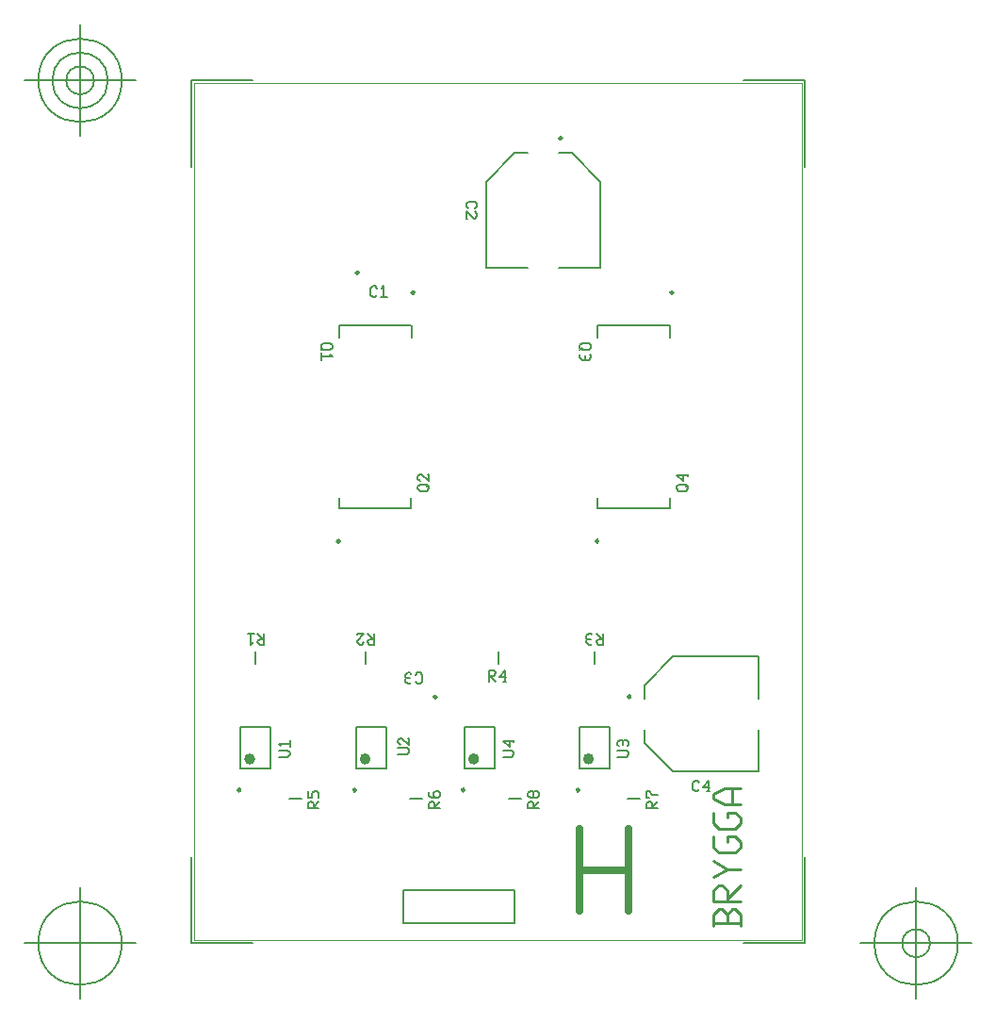
<source format=gbr>
G04 Generated by Ultiboard 14.1 *
%FSLAX34Y34*%
%MOMM*%

%ADD10C,0.0001*%
%ADD11C,0.2032*%
%ADD12C,0.1556*%
%ADD13C,0.2500*%
%ADD14C,0.2000*%
%ADD15C,0.6933*%
%ADD16C,0.2267*%
%ADD17C,0.5000*%
%ADD18C,0.1270*%
%ADD19C,0.0010*%


G04 ColorRGB FFFF00 for the following layer *
%LNSilkscreen Top*%
%LPD*%
G54D10*
G54D11*
X219240Y497760D02*
X319240Y497760D01*
X319240Y527760D01*
X219240Y527760D01*
X219240Y497760D01*
G54D12*
X196129Y1062040D02*
X194138Y1060040D01*
X192147Y1060040D01*
X190156Y1062040D01*
X190156Y1068040D01*
X192147Y1070040D01*
X194138Y1070040D01*
X196129Y1068040D01*
X200111Y1068040D02*
X202102Y1070040D01*
X202102Y1060040D01*
X199116Y1060040D02*
X205089Y1060040D01*
X296836Y715100D02*
X296836Y725100D01*
X300818Y725100D01*
X302809Y723100D01*
X302809Y722100D01*
X300818Y720100D01*
X296836Y720100D01*
X297831Y720100D02*
X302809Y715100D01*
X311769Y719100D02*
X305796Y719100D01*
X310773Y725100D01*
X310773Y715100D01*
X309778Y715100D02*
X311769Y715100D01*
X309050Y647356D02*
X317050Y647356D01*
X319050Y649347D01*
X319050Y651338D01*
X317050Y653329D01*
X309050Y653329D01*
X315050Y662289D02*
X315050Y656316D01*
X309050Y661293D01*
X319050Y661293D01*
X319050Y660298D02*
X319050Y662289D01*
X341540Y601636D02*
X331540Y601636D01*
X331540Y605618D01*
X333540Y607609D01*
X334540Y607609D01*
X336540Y605618D01*
X336540Y601636D01*
X336540Y602631D02*
X341540Y607609D01*
X341540Y614578D02*
X341540Y612587D01*
X339540Y610596D01*
X337540Y610596D01*
X336540Y611591D01*
X335540Y610596D01*
X333540Y610596D01*
X331540Y612587D01*
X331540Y614578D01*
X333540Y616569D01*
X335540Y616569D01*
X336540Y615573D01*
X337540Y616569D01*
X339540Y616569D01*
X341540Y614578D01*
X336540Y611591D02*
X336540Y615573D01*
X399124Y758100D02*
X399124Y748100D01*
X395142Y748100D01*
X393151Y750100D01*
X393151Y751100D01*
X395142Y753100D01*
X399124Y753100D01*
X398129Y753100D02*
X393151Y758100D01*
X389169Y749100D02*
X388173Y748100D01*
X386182Y748100D01*
X384191Y750100D01*
X384191Y752100D01*
X385187Y753100D01*
X384191Y754100D01*
X384191Y756100D01*
X386182Y758100D01*
X388173Y758100D01*
X389169Y757100D01*
X388173Y753100D02*
X385187Y753100D01*
X412160Y647356D02*
X420160Y647356D01*
X422160Y649347D01*
X422160Y651338D01*
X420160Y653329D01*
X412160Y653329D01*
X413160Y657311D02*
X412160Y658307D01*
X412160Y660298D01*
X414160Y662289D01*
X416160Y662289D01*
X417160Y661293D01*
X418160Y662289D01*
X420160Y662289D01*
X422160Y660298D01*
X422160Y658307D01*
X421160Y657311D01*
X417160Y658307D02*
X417160Y661293D01*
X448220Y601636D02*
X438220Y601636D01*
X438220Y605618D01*
X440220Y607609D01*
X441220Y607609D01*
X443220Y605618D01*
X443220Y601636D01*
X443220Y602631D02*
X448220Y607609D01*
X448220Y613582D02*
X443220Y613582D01*
X440220Y616569D01*
X438220Y616569D01*
X438220Y610596D01*
X440220Y610596D01*
X485689Y618300D02*
X483698Y616300D01*
X481707Y616300D01*
X479716Y618300D01*
X479716Y624300D01*
X481707Y626300D01*
X483698Y626300D01*
X485689Y624300D01*
X494649Y620300D02*
X488676Y620300D01*
X493653Y626300D01*
X493653Y616300D01*
X492658Y616300D02*
X494649Y616300D01*
X143830Y601636D02*
X133830Y601636D01*
X133830Y605618D01*
X135830Y607609D01*
X136830Y607609D01*
X138830Y605618D01*
X138830Y601636D01*
X138830Y602631D02*
X143830Y607609D01*
X133830Y616569D02*
X133830Y610596D01*
X137830Y610596D01*
X137830Y614578D01*
X139830Y616569D01*
X141830Y616569D01*
X143830Y614578D01*
X143830Y610596D01*
X107770Y647356D02*
X115770Y647356D01*
X117770Y649347D01*
X117770Y651338D01*
X115770Y653329D01*
X107770Y653329D01*
X109770Y657311D02*
X107770Y659302D01*
X117770Y659302D01*
X117770Y656316D02*
X117770Y662289D01*
X94734Y758100D02*
X94734Y748100D01*
X90752Y748100D01*
X88761Y750100D01*
X88761Y751100D01*
X90752Y753100D01*
X94734Y753100D01*
X93739Y753100D02*
X88761Y758100D01*
X84779Y750100D02*
X82788Y748100D01*
X82788Y758100D01*
X85774Y758100D02*
X79801Y758100D01*
X147730Y1018884D02*
X145730Y1016893D01*
X145730Y1014902D01*
X147730Y1012911D01*
X153730Y1012911D01*
X155730Y1014902D01*
X155730Y1016893D01*
X153730Y1018884D01*
X147730Y1018884D01*
X147730Y1014902D02*
X145730Y1012911D01*
X153730Y1008929D02*
X155730Y1006938D01*
X145730Y1006938D01*
X145730Y1009924D02*
X145730Y1003951D01*
X240730Y886116D02*
X242730Y888107D01*
X242730Y890098D01*
X240730Y892089D01*
X234730Y892089D01*
X232730Y890098D01*
X232730Y888107D01*
X234730Y886116D01*
X240730Y886116D01*
X240730Y890098D02*
X242730Y892089D01*
X234730Y895076D02*
X232730Y897067D01*
X232730Y899058D01*
X234730Y901049D01*
X235730Y901049D01*
X242730Y895076D01*
X242730Y901049D01*
X241730Y901049D01*
X230591Y721040D02*
X232582Y723040D01*
X234573Y723040D01*
X236564Y721040D01*
X236564Y715040D01*
X234573Y713040D01*
X232582Y713040D01*
X230591Y715040D01*
X226609Y714040D02*
X225613Y713040D01*
X223622Y713040D01*
X221631Y715040D01*
X221631Y717040D01*
X222627Y718040D01*
X221631Y719040D01*
X221631Y721040D01*
X223622Y723040D01*
X225613Y723040D01*
X226609Y722040D01*
X225613Y718040D02*
X222627Y718040D01*
X214670Y649546D02*
X222670Y649546D01*
X224670Y651537D01*
X224670Y653528D01*
X222670Y655519D01*
X214670Y655519D01*
X216670Y658506D02*
X214670Y660497D01*
X214670Y662488D01*
X216670Y664479D01*
X217670Y664479D01*
X224670Y658506D01*
X224670Y664479D01*
X223670Y664479D01*
X252610Y601636D02*
X242610Y601636D01*
X242610Y605618D01*
X244610Y607609D01*
X245610Y607609D01*
X247610Y605618D01*
X247610Y601636D01*
X247610Y602631D02*
X252610Y607609D01*
X242610Y615573D02*
X242610Y612587D01*
X244610Y610596D01*
X248610Y610596D01*
X250610Y610596D01*
X252610Y612587D01*
X252610Y614578D01*
X250610Y616569D01*
X248610Y616569D01*
X246610Y614578D01*
X246610Y612587D01*
X248610Y610596D01*
X193354Y758100D02*
X193354Y748100D01*
X189372Y748100D01*
X187381Y750100D01*
X187381Y751100D01*
X189372Y753100D01*
X193354Y753100D01*
X192359Y753100D02*
X187381Y758100D01*
X184394Y750100D02*
X182403Y748100D01*
X180412Y748100D01*
X178421Y750100D01*
X178421Y751100D01*
X184394Y758100D01*
X178421Y758100D01*
X178421Y757100D01*
X380220Y1018884D02*
X378220Y1016893D01*
X378220Y1014902D01*
X380220Y1012911D01*
X386220Y1012911D01*
X388220Y1014902D01*
X388220Y1016893D01*
X386220Y1018884D01*
X380220Y1018884D01*
X380220Y1014902D02*
X378220Y1012911D01*
X387220Y1008929D02*
X388220Y1007933D01*
X388220Y1005942D01*
X386220Y1003951D01*
X384220Y1003951D01*
X383220Y1004947D01*
X382220Y1003951D01*
X380220Y1003951D01*
X378220Y1005942D01*
X378220Y1007933D01*
X379220Y1008929D01*
X383220Y1007933D02*
X383220Y1004947D01*
X473220Y886116D02*
X475220Y888107D01*
X475220Y890098D01*
X473220Y892089D01*
X467220Y892089D01*
X465220Y890098D01*
X465220Y888107D01*
X467220Y886116D01*
X473220Y886116D01*
X473220Y890098D02*
X475220Y892089D01*
X471220Y901049D02*
X471220Y895076D01*
X465220Y900053D01*
X475220Y900053D01*
X475220Y899058D02*
X475220Y901049D01*
X277940Y1139911D02*
X275940Y1141902D01*
X275940Y1143893D01*
X277940Y1145884D01*
X283940Y1145884D01*
X285940Y1143893D01*
X285940Y1141902D01*
X283940Y1139911D01*
X283940Y1136924D02*
X285940Y1134933D01*
X285940Y1132942D01*
X283940Y1130951D01*
X282940Y1130951D01*
X275940Y1136924D01*
X275940Y1130951D01*
X276940Y1130951D01*
G54D13*
X177120Y1082040D02*
G75*
D01*
G02X177120Y1082040I1250J0*
G01*
X272200Y617570D02*
G75*
D01*
G02X272200Y617570I1250J0*
G01*
X375310Y617570D02*
G75*
D01*
G02X375310Y617570I1250J0*
G01*
X421430Y701300D02*
G75*
D01*
G02X421430Y701300I1250J0*
G01*
X70920Y617570D02*
G75*
D01*
G02X70920Y617570I1250J0*
G01*
X227130Y1064170D02*
G75*
D01*
G02X227130Y1064170I1250J0*
G01*
X160080Y840830D02*
G75*
D01*
G02X160080Y840830I1250J0*
G01*
X247100Y701040D02*
G75*
D01*
G02X247100Y701040I1250J0*
G01*
X174620Y617570D02*
G75*
D01*
G02X174620Y617570I1250J0*
G01*
X459620Y1064170D02*
G75*
D01*
G02X459620Y1064170I1250J0*
G01*
X392570Y840830D02*
G75*
D01*
G02X392570Y840830I1250J0*
G01*
X359690Y1202920D02*
G75*
D01*
G02X359690Y1202920I1250J0*
G01*
G54D14*
X304800Y731100D02*
X304800Y742100D01*
X304800Y731100D02*
X304800Y742100D01*
X274550Y636820D02*
X301550Y636820D01*
X301550Y673820D01*
X274550Y673820D01*
X274550Y636820D01*
X325540Y609600D02*
X314540Y609600D01*
X325540Y609600D02*
X314540Y609600D01*
X391160Y742100D02*
X391160Y731100D01*
X391160Y742100D02*
X391160Y731100D01*
X377660Y636820D02*
X404660Y636820D01*
X404660Y673820D01*
X377660Y673820D01*
X377660Y636820D01*
X432220Y609600D02*
X421220Y609600D01*
X432220Y609600D02*
X421220Y609600D01*
X461930Y737300D02*
X539180Y737300D01*
X461930Y634300D02*
X539180Y634300D01*
X436180Y660050D02*
X461930Y634300D01*
X436180Y671800D02*
X436180Y660050D01*
X436180Y711550D02*
X461930Y737300D01*
X436180Y699800D02*
X436180Y711550D01*
X539180Y634300D02*
X539180Y671800D01*
X539180Y737300D02*
X539180Y699800D01*
X127830Y609600D02*
X116830Y609600D01*
X127830Y609600D02*
X116830Y609600D01*
X73270Y636820D02*
X100270Y636820D01*
X100270Y673820D01*
X73270Y673820D01*
X73270Y636820D01*
X86770Y742100D02*
X86770Y731100D01*
X86770Y742100D02*
X86770Y731100D01*
X161730Y1034670D02*
X226730Y1034670D01*
X226980Y1034670D02*
X226980Y1023670D01*
X161730Y1023670D02*
X161730Y1034670D01*
X226730Y870580D02*
X161730Y870580D01*
X161730Y870580D02*
X161730Y879580D01*
X226730Y870580D02*
X226730Y879580D01*
X176970Y636820D02*
X203970Y636820D01*
X203970Y673820D01*
X176970Y673820D01*
X176970Y636820D01*
X236610Y609600D02*
X225610Y609600D01*
X236610Y609600D02*
X225610Y609600D01*
X185390Y742100D02*
X185390Y731100D01*
X185390Y742100D02*
X185390Y731100D01*
X394220Y1034670D02*
X459220Y1034670D01*
X459470Y1034670D02*
X459470Y1023670D01*
X394220Y1023670D02*
X394220Y1034670D01*
X459220Y870580D02*
X394220Y870580D01*
X394220Y870580D02*
X394220Y879580D01*
X459220Y870580D02*
X459220Y879580D01*
X396940Y1163670D02*
X396940Y1086420D01*
X293940Y1163670D02*
X293940Y1086420D01*
X319690Y1189420D02*
X293940Y1163670D01*
X331440Y1189420D02*
X319690Y1189420D01*
X371190Y1189420D02*
X396940Y1163670D01*
X359440Y1189420D02*
X371190Y1189420D01*
X293940Y1086420D02*
X331440Y1086420D01*
X396940Y1086420D02*
X359440Y1086420D01*
G54D15*
X377976Y508766D02*
X377976Y583051D01*
X422349Y508766D02*
X422349Y583051D01*
X377976Y545909D02*
X422349Y545909D01*
G54D16*
X522794Y495938D02*
X522794Y505609D01*
X517937Y510444D01*
X515509Y510444D01*
X510651Y505609D01*
X505794Y510444D01*
X503366Y510444D01*
X498509Y505609D01*
X498509Y498356D01*
X498509Y495938D01*
X510651Y498356D02*
X510651Y505609D01*
X498509Y498356D02*
X522794Y498356D01*
X522794Y517698D02*
X498509Y517698D01*
X498509Y527369D01*
X503366Y532204D01*
X505794Y532204D01*
X510651Y527369D01*
X510651Y517698D01*
X510651Y520116D02*
X522794Y532204D01*
X498509Y539458D02*
X510651Y546711D01*
X498509Y553964D01*
X510651Y546711D02*
X522794Y546711D01*
X510651Y570889D02*
X510651Y575724D01*
X517937Y575724D01*
X522794Y570889D01*
X522794Y566053D01*
X517937Y561218D01*
X503366Y561218D01*
X498509Y566053D01*
X498509Y575724D01*
X510651Y592649D02*
X510651Y597484D01*
X517937Y597484D01*
X522794Y592649D01*
X522794Y587813D01*
X517937Y582978D01*
X503366Y582978D01*
X498509Y587813D01*
X498509Y597484D01*
X522794Y604738D02*
X508223Y604738D01*
X498509Y609573D01*
X498509Y614409D01*
X508223Y619244D01*
X522794Y619244D01*
X515509Y604738D02*
X515509Y619244D01*
G54D17*
X280380Y645520D02*
G75*
D01*
G02X280380Y645520I2500J0*
G01*
X383490Y645520D02*
G75*
D01*
G02X383490Y645520I2500J0*
G01*
X79100Y645520D02*
G75*
D01*
G02X79100Y645520I2500J0*
G01*
X182800Y645520D02*
G75*
D01*
G02X182800Y645520I2500J0*
G01*
G54D18*
X29204Y480060D02*
X29204Y557532D01*
X29204Y480060D02*
X84324Y480060D01*
X580396Y480060D02*
X525276Y480060D01*
X580396Y480060D02*
X580396Y557532D01*
X580396Y1254781D02*
X580396Y1177309D01*
X580396Y1254781D02*
X525276Y1254781D01*
X29204Y1254781D02*
X84324Y1254781D01*
X29204Y1254781D02*
X29204Y1177309D01*
X-20796Y480060D02*
X-120796Y480060D01*
X-70796Y430060D02*
X-70796Y530060D01*
X-108296Y480060D02*
G75*
D01*
G02X-108296Y480060I37500J0*
G01*
X630396Y480060D02*
X730396Y480060D01*
X680396Y430060D02*
X680396Y530060D01*
X642896Y480060D02*
G75*
D01*
G02X642896Y480060I37500J0*
G01*
X667896Y480060D02*
G75*
D01*
G02X667896Y480060I12500J0*
G01*
X-20796Y1254781D02*
X-120796Y1254781D01*
X-70796Y1204781D02*
X-70796Y1304781D01*
X-108296Y1254781D02*
G75*
D01*
G02X-108296Y1254781I37500J0*
G01*
X-95796Y1254781D02*
G75*
D01*
G02X-95796Y1254781I25000J0*
G01*
X-83296Y1254781D02*
G75*
D01*
G02X-83296Y1254781I12500J0*
G01*
X29204Y480060D02*
X29204Y557532D01*
X29204Y480060D02*
X84324Y480060D01*
X580396Y480060D02*
X525276Y480060D01*
X580396Y480060D02*
X580396Y557532D01*
X580396Y1254781D02*
X580396Y1177309D01*
X580396Y1254781D02*
X525276Y1254781D01*
X29204Y1254781D02*
X84324Y1254781D01*
X29204Y1254781D02*
X29204Y1177309D01*
X-20796Y480060D02*
X-120796Y480060D01*
X-70796Y430060D02*
X-70796Y530060D01*
X-108296Y480060D02*
G75*
D01*
G02X-108296Y480060I37500J0*
G01*
X630396Y480060D02*
X730396Y480060D01*
X680396Y430060D02*
X680396Y530060D01*
X642896Y480060D02*
G75*
D01*
G02X642896Y480060I37500J0*
G01*
X667896Y480060D02*
G75*
D01*
G02X667896Y480060I12500J0*
G01*
X-20796Y1254781D02*
X-120796Y1254781D01*
X-70796Y1204781D02*
X-70796Y1304781D01*
X-108296Y1254781D02*
G75*
D01*
G02X-108296Y1254781I37500J0*
G01*
X-95796Y1254781D02*
G75*
D01*
G02X-95796Y1254781I25000J0*
G01*
X-83296Y1254781D02*
G75*
D01*
G02X-83296Y1254781I12500J0*
G01*
G54D19*
X31744Y482600D02*
X577856Y482600D01*
X577856Y1252241D01*
X31744Y1252241D01*
X31744Y482600D01*

M02*

</source>
